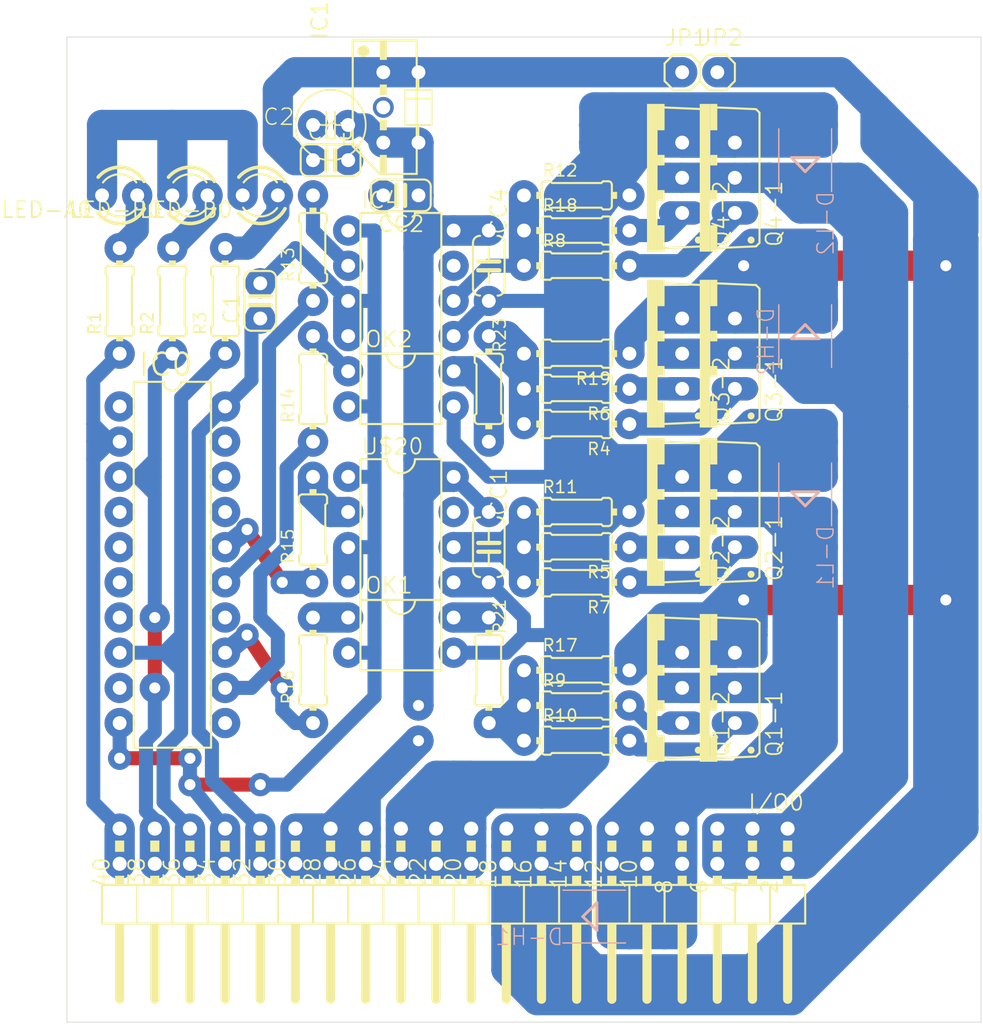
<source format=kicad_pcb>
(kicad_pcb (version 20221018) (generator pcbnew)
  (layers (0 "F.Cu" signal) (1 "In1.Cu" signal) (2 "In2.Cu" signal) (3 "In3.Cu" signal) (4 "In4.Cu" signal) (5 "In5.Cu" signal) (6 "In6.Cu" signal) (7 "In7.Cu" signal) (8 "In8.Cu" signal) (9 "In9.Cu" signal) (10 "In10.Cu" signal) (11 "In11.Cu" signal) (12 "In12.Cu" signal) (13 "In13.Cu" signal) (14 "In14.Cu" signal) (31 "B.Cu" signal) (34 "B.Paste" user) (35 "F.Paste" user) (36 "B.SilkS" user "B.Silkscreen") (37 "F.SilkS" user "F.Silkscreen") (38 "B.Mask" user) (39 "F.Mask" user) (44 "Edge.Cuts" user))
  (net 0 "")
  (net 1 "GND")
  (net 2 "N$7")
  (net 3 "GND12")
  (net 4 "H1")
  (net 5 "H2")
  (net 6 "+5V")
  (net 7 "N$22")
  (net 8 "N$4")
  (net 9 "N$5")
  (net 10 "A-OUT")
  (net 11 "N$14")
  (net 12 "B-OUT")
  (net 13 "L2")
  (net 14 "L1")
  (net 15 "N$10")
  (net 16 "N$11")
  (net 17 "+24V")
  (net 18 "N$1")
  (net 19 "N$8")
  (net 20 "+12V")
  (net 21 "N$3")
  (net 22 "N$16")
  (net 23 "N$17")
  (net 24 "N$20")
  (net 25 "N$23")
  (net 26 "B-SIG")
  (net 27 "P-SIG")
  (net 28 "A-SIG")
  (net 29 "N$13")
  (net 30 "N$12")
  (net 31 "N$30")
  (net 32 "N$18")
  (net 33 "N$26")
  (net 34 "N$2")
  (net 35 "N$6")
  (net 36 "N$9")
  (net 37 "N$15")
  (footprint "md2014_norm_PN_04:R_0.3" (layer "F.Cu") (at 152.3111 103.7336)
    (fp_text reference "R11")
    (fp_text value "5.1k")
  )
  (footprint "md2014_norm_PN_04:R_0.3" (layer "F.Cu") (at 152.3111 85.9536)
    (fp_text reference "R8")
    (fp_text value "100")
  )
  (footprint "md2014_norm_PN_04:R_0.3" (layer "F.Cu") (at 152.3111 120.2436)
    (fp_text reference "R10")
    (fp_text value "100")
  )
  (footprint "md2014_norm_PN_04:R_0.3" (layer "F.Cu") (at 152.3111 108.8136 180)
    (fp_text reference "R7")
    (fp_text value "100")
  )
  (footprint "md2014_norm_PN_04:TO-220V" (layer "F.Cu") (at 163.7411 92.3036 90)
    (fp_text reference "Q3-1")
    (fp_text value "P")
  )
  (footprint "md2014_norm_PN_04:R_0.3" (layer "F.Cu") (at 133.2611 84.6836 90)
    (fp_text reference "R13")
    (fp_text value "330")
  )
  (footprint "md2014_norm_PN_04:LED3MM" (layer "F.Cu") (at 124.3711 80.8736 180)
    (fp_text reference "LED-P0")
    (fp_text value "")
  )
  (footprint "md2014_norm_PN_04:1X01" (layer "F.Cu") (at 162.4711 71.9836)
    (fp_text reference "JP2")
    (fp_text value "")
  )
  (footprint "md2014_norm_PN_04:LED3MM" (layer "F.Cu") (at 129.4511 80.8736 180)
    (fp_text reference "LED-B0")
    (fp_text value "")
  )
  (footprint "md2014_norm_PN_04:78XX" (layer "F.Cu") (at 138.3411 74.5236 -90)
    (fp_text reference "IC1")
    (fp_text value "")
  )
  (footprint "md2014_norm_PN_04:R_0.3" (layer "F.Cu") (at 133.2611 115.1636 90)
    (fp_text reference "R16")
    (fp_text value "330")
  )
  (footprint "md2014_norm_PN_04:R_0.3" (layer "F.Cu") (at 145.9611 94.8436 -90)
    (fp_text reference "R23")
    (fp_text value "2.2k")
  )
  (footprint "md2014_norm_PN_04:R_0.3" (layer "F.Cu") (at 145.9611 115.1636 -90)
    (fp_text reference "R21")
    (fp_text value "2.2k")
  )
  (footprint "md2014_norm_PN_04:DIL20" (layer "F.Cu") (at 123.1011 108.8136)
    (fp_text reference "IC0")
    (fp_text value "ATtiny2313")
  )
  (footprint "md2014_norm_PN_04:R_0.3" (layer "F.Cu") (at 126.9111 88.4936 90)
    (fp_text reference "R3")
    (fp_text value "510")
  )
  (footprint "md2014_norm_PN_04:R_0.3" (layer "F.Cu") (at 152.3111 117.7036)
    (fp_text reference "R9")
    (fp_text value "100")
  )
  (footprint "md2014_norm_PN_04:MA20-2W" (layer "F.Cu") (at 143.4211 127.8636 180)
    (fp_text reference "I/O0")
    (fp_text value "")
  )
  (footprint "md2014_norm_PN_04:R_0.3" (layer "F.Cu") (at 133.2611 94.8436 90)
    (fp_text reference "R14")
    (fp_text value "330")
  )
  (footprint "md2014_norm_PN_04:TO-220V" (layer "F.Cu") (at 163.7411 79.6036 90)
    (fp_text reference "Q4-1")
    (fp_text value "N")
  )
  (footprint "md2014_norm_PN_04:MLCC_25" (layer "F.Cu") (at 139.6111 80.8736 180)
    (fp_text reference "CC2")
    (fp_text value "0.1uF")
  )
  (footprint "md2014_norm_PN_04:R_0.3" (layer "F.Cu") (at 152.3111 83.4136)
    (fp_text reference "R18")
    (fp_text value "100")
  )
  (footprint "md2014_norm_PN_04:R_0.3" (layer "F.Cu") (at 123.1011 88.4936 90)
    (fp_text reference "R2")
    (fp_text value "510")
  )
  (footprint "md2014_norm_PN_04:R_0.3" (layer "F.Cu") (at 152.3111 106.2736 180)
    (fp_text reference "R5")
    (fp_text value "100")
  )
  (footprint "md2014_norm_PN_04:DIP4" (layer "F.Cu") (at 139.6111 94.8436 -90)
    (fp_text reference "OK2")
    (fp_text value "TLP621")
  )
  (footprint "md2014_norm_PN_04:DIODE_3" (layer "F.Cu") (at 140.8811 74.5236 90)
    (fp_text reference "D1" hide)
    (fp_text value "")
  )
  (footprint "md2014_norm_PN_04:MLCC_25" (layer "F.Cu") (at 129.4511 88.4936 90)
    (fp_text reference "C1")
    (fp_text value "0.1uF")
  )
  (footprint "md2014_norm_PN_04:R_0.3" (layer "F.Cu") (at 119.2911 88.4936 90)
    (fp_text reference "R1")
    (fp_text value "510")
  )
  (footprint "md2014_norm_PN_04:1X01" (layer "F.Cu") (at 159.9311 71.9836)
    (fp_text reference "JP1")
    (fp_text value "")
  )
  (footprint "md2014_norm_PN_04:TO-220V" (layer "F.Cu") (at 163.7411 103.7336 90)
    (fp_text reference "Q2-1")
    (fp_text value "N")
  )
  (footprint "md2014_norm_PN_04:DIP8" (layer "F.Cu") (at 139.6111 87.2236 -90)
    (fp_text reference "IC4")
    (fp_text value "TLP351")
  )
  (footprint "md2014_norm_PN_04:TO-220V" (layer "F.Cu") (at 159.9311 79.6036 90)
    (fp_text reference "Q4-2")
    (fp_text value "N")
  )
  (footprint "md2014_norm_PN_04:DIP4" (layer "F.Cu") (at 139.6111 112.6236 -90)
    (fp_text reference "OK1")
    (fp_text value "TLP621")
  )
  (footprint "md2014_norm_PN_04:DIP8" (layer "F.Cu") (at 139.6111 105.0036 -90)
    (fp_text reference "U$20")
    (fp_text value "TLP251")
  )
  (footprint "md2014_norm_PN_04:TO-220V" (layer "F.Cu") (at 159.9311 116.4336 90)
    (fp_text reference "Q1-2")
    (fp_text value "IRF4905")
  )
  (footprint "md2014_norm_PN_04:R_0.3" (layer "F.Cu") (at 152.3111 94.8436 180)
    (fp_text reference "R6")
    (fp_text value "100")
  )
  (footprint "md2014_norm_PN_04:R_0.3" (layer "F.Cu") (at 152.3111 92.3036 180)
    (fp_text reference "R19")
    (fp_text value "2.2k")
  )
  (footprint "md2014_norm_PN_04:TO-220V" (layer "F.Cu") (at 159.9311 103.7336 90)
    (fp_text reference "Q2-2")
    (fp_text value "N")
  )
  (footprint "md2014_norm_PN_04:R_0.3" (layer "F.Cu") (at 152.3111 97.3836 180)
    (fp_text reference "R4")
    (fp_text value "100")
  )
  (footprint "md2014_norm_PN_04:C_1U" (layer "F.Cu") (at 134.5311 75.7936 180)
    (fp_text reference "C2")
    (fp_text value "")
  )
  (footprint "md2014_norm_PN_04:MLCC_50" (layer "F.Cu") (at 145.9611 85.9536 -90)
    (fp_text reference "CC4")
    (fp_text value "0.1uF")
  )
  (footprint "md2014_norm_PN_04:R_0.3" (layer "F.Cu") (at 133.2611 105.0036 90)
    (fp_text reference "R15")
    (fp_text value "330")
  )
  (footprint "md2014_norm_PN_04:R_0.3" (layer "F.Cu") (at 152.3111 80.8736)
    (fp_text reference "R12")
    (fp_text value "5.1k")
  )
  (footprint "md2014_norm_PN_04:TO-220V" (layer "F.Cu") (at 159.9311 92.3036 90)
    (fp_text reference "Q3-2")
    (fp_text value "P")
  )
  (footprint "md2014_norm_PN_04:MLCC_25" (layer "F.Cu") (at 134.5311 78.3336)
    (fp_text reference "CC3")
    (fp_text value "0.1uF")
  )
  (footprint "md2014_norm_PN_04:R_0.3" (layer "F.Cu") (at 152.3111 115.1636)
    (fp_text reference "R17")
    (fp_text value "2.2k")
  )
  (footprint "md2014_norm_PN_04:LED3MM" (layer "F.Cu") (at 119.2911 80.8736 180)
    (fp_text reference "LED-A0")
    (fp_text value "")
  )
  (footprint "md2014_norm_PN_04:MLCC_50" (layer "F.Cu") (at 145.9611 106.2736 -90)
    (fp_text reference "CC1")
    (fp_text value "0.1uF")
  )
  (footprint "md2014_norm_PN_04:TO-220V" (layer "F.Cu") (at 163.7411 116.4336 90)
    (fp_text reference "Q1-1")
    (fp_text value "IRF4905")
  )
  (footprint "md2014_norm_PN_04:SMB" (layer "B.Cu") (at 168.8211 91.0336 -90)
    (fp_text reference "D-H2")
    (fp_text value "")
  )
  (footprint "md2014_norm_PN_04:SMB" (layer "B.Cu") (at 168.8211 78.3336 90)
    (fp_text reference "D-L2")
    (fp_text value "")
  )
  (footprint "md2014_norm_PN_04:SMB" (layer "B.Cu") (at 168.8211 102.4636 90)
    (fp_text reference "D-L1")
    (fp_text value "")
  )
  (footprint "md2014_norm_PN_04:SMB" (layer "B.Cu") (at 153.5811 132.9436)
    (fp_text reference "D-H1")
    (fp_text value "")
  )
  (gr_line (start 115.4811 140.5636) (end 115.4811 69.4436) (stroke (width 0.05)) (layer "Edge.Cuts"))
  (gr_line (start 181.5211 69.4436) (end 181.5211 140.5636) (stroke (width 0.05)) (layer "Edge.Cuts"))
  (gr_line (start 115.4811 69.4436) (end 181.5211 69.4436) (stroke (width 0.05)) (layer "Edge.Cuts"))
  (gr_line (start 181.5211 140.5636) (end 115.4811 140.5636) (stroke (width 0.05)) (layer "Edge.Cuts"))
  (segment (start 124.3711 121.5136) (end 119.2911 121.5136) (width 1.016) (layer "F.Cu") (net 1))
  (segment (start 124.3711 123.4186) (end 129.4511 123.4186) (width 1.016) (layer "F.Cu") (net 1))
  (via (at 119.2911 121.5136) (size 1.6764) (drill 0.8) (layers "F.Cu" "B.Cu") (net 1))
  (via (at 124.3711 123.4186) (size 1.6764) (drill 0.8) (layers "F.Cu" "B.Cu") (net 1))
  (via (at 124.3711 121.5136) (size 1.6764) (drill 0.8) (layers "F.Cu" "B.Cu") (net 1))
  (via (at 129.4511 123.4186) (size 1.6764) (drill 0.8) (layers "F.Cu" "B.Cu") (net 1))
  (segment (start 131.3561 123.4186) (end 137.7061 117.0686) (width 1.016) (layer "B.Cu") (net 1))
  (segment (start 128.1811 75.7936) (end 128.1811 80.8736) (width 2.1844) (layer "B.Cu") (net 1))
  (segment (start 131.9911 84.6836) (end 129.4511 87.2236) (width 1.016) (layer "B.Cu") (net 1))
  (segment (start 137.7061 96.1136) (end 135.8011 96.1136) (width 1.016) (layer "B.Cu") (net 1))
  (segment (start 137.7061 88.4936) (end 135.8011 88.4936) (width 1.016) (layer "B.Cu") (net 1))
  (segment (start 137.7061 88.4936) (end 137.7061 83.4136) (width 1.016) (layer "B.Cu") (net 1))
  (segment (start 135.8011 88.4936) (end 131.9911 84.6836) (width 1.016) (layer "B.Cu") (net 1))
  (segment (start 123.1011 75.7936) (end 128.1811 75.7936) (width 2.1844) (layer "B.Cu") (net 1))
  (segment (start 118.0211 80.8736) (end 118.0211 75.7936) (width 2.1844) (layer "B.Cu") (net 1))
  (segment (start 126.9111 129.1336) (end 126.9111 126.5936) (width 2.1844) (layer "B.Cu") (net 1))
  (segment (start 119.2911 121.5136) (end 119.2911 118.9736) (width 1.016) (layer "B.Cu") (net 1))
  (segment (start 118.0211 75.7936) (end 123.1011 75.7936) (width 2.1844) (layer "B.Cu") (net 1))
  (segment (start 137.7061 113.8936) (end 137.7061 106.2736) (width 1.016) (layer "B.Cu") (net 1))
  (segment (start 126.9111 129.1336) (end 126.9111 126.5936) (width 2.1844) (layer "B.Cu") (net 1))
  (segment (start 137.7061 101.1936) (end 137.7061 96.1136) (width 1.016) (layer "B.Cu") (net 1))
  (segment (start 137.7061 106.2736) (end 135.8011 106.2736) (width 1.016) (layer "B.Cu") (net 1))
  (segment (start 137.7061 83.4136) (end 135.8011 83.4136) (width 1.016) (layer "B.Cu") (net 1))
  (segment (start 124.3711 123.4186) (end 124.3711 121.5136) (width 1.016) (layer "B.Cu") (net 1))
  (segment (start 137.7061 96.1136) (end 137.7061 88.4936) (width 1.016) (layer "B.Cu") (net 1))
  (segment (start 135.8011 106.2736) (end 135.8011 108.8136) (width 2.1844) (layer "B.Cu") (net 1))
  (segment (start 137.7061 113.8936) (end 135.8011 113.8936) (width 1.016) (layer "B.Cu") (net 1))
  (segment (start 135.8011 106.2736) (end 135.8011 108.8136) (width 2.1844) (layer "B.Cu") (net 1))
  (segment (start 137.7061 106.2736) (end 137.7061 101.1936) (width 1.016) (layer "B.Cu") (net 1))
  (segment (start 126.9111 126.5936) (end 124.3711 123.4186) (width 1.016) (layer "B.Cu") (net 1))
  (segment (start 137.7061 117.0686) (end 137.7061 113.8936) (width 1.016) (layer "B.Cu") (net 1))
  (segment (start 137.7061 101.1936) (end 135.8011 101.1936) (width 1.016) (layer "B.Cu") (net 1))
  (segment (start 129.4511 123.4186) (end 131.3561 123.4186) (width 1.016) (layer "B.Cu") (net 1))
  (segment (start 135.8011 88.4936) (end 135.8011 91.0336) (width 2.1844) (layer "B.Cu") (net 1))
  (segment (start 123.1011 75.7936) (end 123.1011 80.8736) (width 2.1844) (layer "B.Cu") (net 1))
  (segment (start 133.2611 83.4136) (end 133.2611 80.8736) (width 1.016) (layer "B.Cu") (net 2))
  (segment (start 135.8011 85.9536) (end 133.2611 83.4136) (width 1.016) (layer "B.Cu") (net 2))
  (segment (start 153.5811 78.3336) (end 156.1211 77.0636) (width 2.1844) (layer "B.Cu") (net 3))
  (segment (start 142.1511 126.5936) (end 144.6911 126.5936) (width 2.1844) (layer "B.Cu") (net 3))
  (segment (start 152.3111 101.1936) (end 152.3111 80.8736) (width 2.1844) (layer "B.Cu") (net 3))
  (segment (start 151.0411 88.4936) (end 151.0411 80.8736) (width 2.1844) (layer "B.Cu") (net 3))
  (segment (start 153.5811 105.0036) (end 153.5811 103.7336) (width 2.1844) (layer "B.Cu") (net 3))
  (segment (start 163.7411 98.6536) (end 168.8211 98.6536) (width 2.1844) (layer "B.Cu") (net 3))
  (segment (start 154.8511 99.9236) (end 162.4711 99.9236) (width 2.1844) (layer "B.Cu") (net 3))
  (segment (start 147.2311 113.8936) (end 143.4211 113.8936) (width 1.016) (layer "B.Cu") (net 3))
  (segment (start 170.0911 98.6536) (end 168.8211 98.6536) (width 2.1844) (layer "B.Cu") (net 3))
  (segment (start 170.0911 77.0636) (end 170.0911 75.7936) (width 2.1844) (layer "B.Cu") (net 3))
  (segment (start 168.8211 75.7936) (end 168.8211 76.1336) (width 2.1844) (layer "B.Cu") (net 3))
  (segment (start 165.0111 97.3836) (end 170.0911 97.3836) (width 2.1844) (layer "B.Cu") (net 3))
  (segment (start 139.6111 127.8636) (end 139.6111 126.5936) (width 2.1844) (layer "B.Cu") (net 3))
  (segment (start 143.4211 129.1336) (end 143.4211 122.7836) (width 2.1844) (layer "B.Cu") (net 3))
  (segment (start 165.0111 101.1936) (end 163.7411 99.9236) (width 2.1844) (layer "B.Cu") (net 3))
  (segment (start 139.6111 126.5936) (end 139.6111 125.9586) (width 2.1844) (layer "B.Cu") (net 3))
  (segment (start 142.1511 129.1336) (end 144.6911 129.1336) (width 2.1844) (layer "B.Cu") (net 3))
  (segment (start 149.7711 124.0536) (end 152.3111 121.5136) (width 2.1844) (layer "B.Cu") (net 3))
  (segment (start 151.6761 80.2386) (end 153.5811 78.3336) (width 2.1844) (layer "B.Cu") (net 3))
  (segment (start 151.0411 124.0536) (end 153.5811 121.5136) (width 2.1844) (layer "B.Cu") (net 3))
  (segment (start 153.5811 77.0636) (end 153.5811 77.3811) (width 2.1844) (layer "B.Cu") (net 3))
  (segment (start 152.3111 101.1936) (end 157.3911 101.1936) (width 2.1844) (layer "B.Cu") (net 3))
  (segment (start 149.7711 124.0536) (end 151.0411 124.0536) (width 2.1844) (layer "B.Cu") (net 3))
  (segment (start 153.5811 77.3811) (end 153.8986 75.7936) (width 2.1844) (layer "B.Cu") (net 3))
  (segment (start 153.5811 77.0636) (end 153.5811 74.5236) (width 2.1844) (layer "B.Cu") (net 3))
  (segment (start 142.1511 122.7836) (end 144.6911 122.7836) (width 2.1844) (layer "B.Cu") (net 3))
  (segment (start 153.5811 82.1436) (end 153.5811 80.8736) (width 2.1844) (layer "B.Cu") (net 3))
  (segment (start 142.1511 126.5936) (end 142.1511 124.0536) (width 2.1844) (layer "B.Cu") (net 3))
  (segment (start 145.9611 88.4936) (end 143.4211 91.0336) (width 1.016) (layer "B.Cu") (net 3))
  (segment (start 153.5811 82.1436) (end 157.3911 77.0636) (width 2.1844) (layer "B.Cu") (net 3))
  (segment (start 163.7411 77.0636) (end 170.0911 77.0636) (width 2.1844) (layer "B.Cu") (net 3))
  (segment (start 152.3111 121.5136) (end 152.3111 101.1936) (width 2.1844) (layer "B.Cu") (net 3))
  (segment (start 144.6911 127.8636) (end 144.6911 126.5936) (width 2.1844) (layer "B.Cu") (net 3))
  (segment (start 139.6111 126.5936) (end 142.1511 126.5936) (width 2.1844) (layer "B.Cu") (net 3))
  (segment (start 153.5811 98.6536) (end 154.8511 99.9236) (width 2.1844) (layer "B.Cu") (net 3))
  (segment (start 170.0911 74.5236) (end 154.8511 74.5236) (width 2.1844) (layer "B.Cu") (net 3))
  (segment (start 148.5011 112.6236) (end 148.5011 111.3536) (width 1.016) (layer "B.Cu") (net 3))
  (segment (start 157.3911 77.0636) (end 159.9311 77.0636) (width 2.1844) (layer "B.Cu") (net 3))
  (segment (start 156.1211 77.0636) (end 153.5811 80.8736) (width 2.1844) (layer "B.Cu") (net 3))
  (segment (start 148.5011 111.3536) (end 145.9611 108.8136) (width 1.016) (layer "B.Cu") (net 3))
  (segment (start 153.8986 75.7936) (end 153.5811 75.7936) (width 2.1844) (layer "B.Cu") (net 3))
  (segment (start 145.9611 124.0536) (end 149.7711 124.0536) (width 2.1844) (layer "B.Cu") (net 3))
  (segment (start 170.0911 75.7936) (end 170.0911 74.5236) (width 2.1844) (layer "B.Cu") (net 3))
  (segment (start 142.1511 129.1336) (end 142.1511 126.5936) (width 0.4064) (layer "B.Cu") (net 3))
  (segment (start 163.7411 98.6536) (end 165.0111 97.3836) (width 2.1844) (layer "B.Cu") (net 3))
  (segment (start 143.4211 129.1336) (end 144.6911 129.1336) (width 2.1844) (layer "B.Cu") (net 3))
  (segment (start 162.4711 99.9236) (end 163.7411 98.6536) (width 2.1844) (layer "B.Cu") (net 3))
  (segment (start 144.6911 126.5936) (end 144.6911 124.0536) (width 2.1844) (layer "B.Cu") (net 3))
  (segment (start 153.5811 121.5136) (end 153.5811 105.0036) (width 2.1844) (layer "B.Cu") (net 3))
  (segment (start 170.0911 74.5236) (end 153.8986 75.7936) (width 2.1844) (layer "B.Cu") (net 3))
  (segment (start 152.3111 80.8736) (end 151.6761 80.2386) (width 2.1844) (layer "B.Cu") (net 3))
  (segment (start 159.9311 77.0636) (end 163.7411 77.0636) (width 2.1844) (layer "B.Cu") (net 3))
  (segment (start 162.4711 99.9236) (end 163.7411 99.9236) (width 2.1844) (layer "B.Cu") (net 3))
  (segment (start 168.8211 98.6536) (end 168.8211 100.2636) (width 2.1844) (layer "B.Cu") (net 3))
  (segment (start 139.6111 129.1336) (end 142.1511 129.1336) (width 2.1844) (layer "B.Cu") (net 3))
  (segment (start 151.0411 112.6236) (end 148.5011 112.6236) (width 1.016) (layer "B.Cu") (net 3))
  (segment (start 156.1211 101.1936) (end 153.5811 103.7336) (width 2.1844) (layer "B.Cu") (net 3))
  (segment (start 151.0411 121.5136) (end 151.0411 112.6236) (width 2.1844) (layer "B.Cu") (net 3))
  (segment (start 151.0411 88.4936) (end 145.9611 88.4936) (width 1.016) (layer "B.Cu") (net 3))
  (segment (start 156.1211 77.0636) (end 157.3911 77.0636) (width 2.1844) (layer "B.Cu") (net 3))
  (segment (start 154.8511 74.5236) (end 153.5811 75.7936) (width 2.1844) (layer "B.Cu") (net 3))
  (segment (start 144.6911 124.0536) (end 145.9611 124.0536) (width 2.1844) (layer "B.Cu") (net 3))
  (segment (start 144.6911 122.7836) (end 149.7711 122.7836) (width 2.1844) (layer "B.Cu") (net 3))
  (segment (start 142.1511 129.1336) (end 143.4211 129.1336) (width 2.1844) (layer "B.Cu") (net 3))
  (segment (start 145.9611 108.8136) (end 143.4211 108.8136) (width 2.1844) (layer "B.Cu") (net 3))
  (segment (start 139.6111 129.1336) (end 139.6111 127.8636) (width 2.1844) (layer "B.Cu") (net 3))
  (segment (start 151.0411 80.8736) (end 151.6761 80.2386) (width 2.1844) (layer "B.Cu") (net 3))
  (segment (start 148.5011 112.6236) (end 147.2311 113.8936) (width 1.016) (layer "B.Cu") (net 3))
  (segment (start 145.9611 101.1936) (end 143.4211 98.6536) (width 1.016) (layer "B.Cu") (net 3))
  (segment (start 142.1511 122.7836) (end 139.6111 125.3236) (width 2.1844) (layer "B.Cu") (net 3))
  (segment (start 170.0911 74.5236) (end 168.8211 75.7936) (width 2.1844) (layer "B.Cu") (net 3))
  (segment (start 170.0911 98.6536) (end 170.0911 97.3836) (width 2.1844) (layer "B.Cu") (net 3))
  (segment (start 142.1511 124.0536) (end 144.6911 124.0536) (width 2.1844) (layer "B.Cu") (net 3))
  (segment (start 170.0911 99.9236) (end 170.0911 98.6536) (width 2.1844) (layer "B.Cu") (net 3))
  (segment (start 153.5811 98.6536) (end 153.5811 82.1436) (width 2.1844) (layer "B.Cu") (net 3))
  (segment (start 144.6911 126.5936) (end 144.6911 125.3236) (width 2.1844) (layer "B.Cu") (net 3))
  (segment (start 170.0911 75.7936) (end 153.5811 77.0636) (width 2.1844) (layer "B.Cu") (net 3))
  (segment (start 139.6111 125.9586) (end 139.6111 125.3236) (width 2.1844) (layer "B.Cu") (net 3))
  (segment (start 149.7711 122.7836) (end 151.0411 121.5136) (width 2.1844) (layer "B.Cu") (net 3))
  (segment (start 139.6111 125.9586) (end 142.1511 122.7836) (width 2.1844) (layer "B.Cu") (net 3))
  (segment (start 153.5811 103.7336) (end 153.5811 98.6536) (width 2.1844) (layer "B.Cu") (net 3))
  (segment (start 163.7411 101.1936) (end 165.0111 101.1936) (width 2.1844) (layer "B.Cu") (net 3))
  (segment (start 159.9311 77.0636) (end 163.7411 77.0636) (width 2.1844) (layer "B.Cu") (net 3))
  (segment (start 153.5811 74.5236) (end 154.8511 74.5236) (width 2.1844) (layer "B.Cu") (net 3))
  (segment (start 144.6911 125.3236) (end 145.9611 124.0536) (width 2.1844) (layer "B.Cu") (net 3))
  (segment (start 143.4211 122.7836) (end 144.6911 122.7836) (width 2.1844) (layer "B.Cu") (net 3))
  (segment (start 162.4711 99.9236) (end 170.0911 99.9236) (width 2.1844) (layer "B.Cu") (net 3))
  (segment (start 151.0411 101.1936) (end 151.0411 88.4936) (width 2.1844) (layer "B.Cu") (net 3))
  (segment (start 170.0911 101.1936) (end 170.0911 99.9236) (width 2.1844) (layer "B.Cu") (net 3))
  (segment (start 144.6911 127.8636) (end 144.6911 129.1336) (width 2.1844) (layer "B.Cu") (net 3))
  (segment (start 143.4211 98.6536) (end 143.4211 96.1136) (width 1.016) (layer "B.Cu") (net 3))
  (segment (start 139.6111 129.1336) (end 142.1511 129.1336) (width 2.1844) (layer "B.Cu") (net 3))
  (segment (start 151.0411 112.6236) (end 151.0411 101.1936) (width 2.1844) (layer "B.Cu") (net 3))
  (segment (start 151.0411 101.1936) (end 145.9611 101.1936) (width 1.016) (layer "B.Cu") (net 3))
  (segment (start 139.6111 127.8636) (end 144.6911 127.8636) (width 2.1844) (layer "B.Cu") (net 3))
  (segment (start 157.3911 101.1936) (end 159.9311 101.1936) (width 2.1844) (layer "B.Cu") (net 3))
  (segment (start 163.7411 101.1936) (end 170.0911 101.1936) (width 2.1844) (layer "B.Cu") (net 3))
  (segment (start 159.9311 101.1936) (end 163.7411 101.1936) (width 2.1844) (layer "B.Cu") (net 3))
  (segment (start 143.4211 122.7836) (end 142.1511 122.7836) (width 2.1844) (layer "B.Cu") (net 3))
  (segment (start 157.3911 101.1936) (end 156.1211 101.1936) (width 2.1844) (layer "B.Cu") (net 3))
  (segment (start 153.5811 105.0036) (end 157.3911 101.1936) (width 2.1844) (layer "B.Cu") (net 3))
  (segment (start 128.4986 112.6236) (end 131.0386 116.4336) (width 1.016) (layer "F.Cu") (net 4))
  (via (at 128.4986 112.6236) (size 1.6764) (drill 0.8) (layers "F.Cu" "B.Cu") (net 4))
  (via (at 131.0386 116.4336) (size 1.6764) (drill 0.8) (layers "F.Cu" "B.Cu") (net 4))
  (segment (start 131.0386 118.0211) (end 131.9911 118.9736) (width 1.016) (layer "B.Cu") (net 4))
  (segment (start 131.0386 116.4336) (end 131.0386 118.0211) (width 1.016) (layer "B.Cu") (net 4))
  (segment (start 126.9111 113.8936) (end 128.4986 112.6236) (width 1.4224) (layer "B.Cu") (net 4))
  (segment (start 131.9911 118.9736) (end 133.2611 118.9736) (width 1.016) (layer "B.Cu") (net 4))
  (segment (start 130.7211 114.5286) (end 130.7211 112.6236) (width 1.016) (layer "B.Cu") (net 5))
  (segment (start 131.3561 100.5586) (end 133.2611 98.6536) (width 1.016) (layer "B.Cu") (net 5))
  (segment (start 131.3561 106.2736) (end 131.3561 100.5586) (width 1.016) (layer "B.Cu") (net 5))
  (segment (start 126.9111 116.4336) (end 128.8161 116.4336) (width 1.016) (layer "B.Cu") (net 5))
  (segment (start 129.4511 111.3536) (end 129.4511 108.1786) (width 1.016) (layer "B.Cu") (net 5))
  (segment (start 129.4511 108.1786) (end 131.3561 106.2736) (width 1.016) (layer "B.Cu") (net 5))
  (segment (start 130.7211 112.6236) (end 129.4511 111.3536) (width 1.016) (layer "B.Cu") (net 5))
  (segment (start 128.8161 116.4336) (end 130.7211 114.5286) (width 1.016) (layer "B.Cu") (net 5))
  (segment (start 125.9586 123.1011) (end 125.9586 120.5611) (width 1.016) (layer "B.Cu") (net 6))
  (segment (start 125.0061 119.6086) (end 125.0061 98.0186) (width 1.016) (layer "B.Cu") (net 6))
  (segment (start 126.9111 96.1136) (end 128.8161 94.2086) (width 1.016) (layer "B.Cu") (net 6))
  (segment (start 128.8161 94.2086) (end 128.8161 90.3986) (width 1.016) (layer "B.Cu") (net 6))
  (segment (start 125.9586 120.5611) (end 125.0061 119.6086) (width 1.016) (layer "B.Cu") (net 6))
  (segment (start 129.4511 129.1336) (end 129.4511 126.5936) (width 2.1844) (layer "B.Cu") (net 6))
  (segment (start 125.0061 98.0186) (end 126.9111 96.1136) (width 1.016) (layer "B.Cu") (net 6))
  (segment (start 129.4511 126.5936) (end 125.9586 123.1011) (width 1.016) (layer "B.Cu") (net 6))
  (segment (start 128.8161 90.3986) (end 129.4511 89.7636) (width 1.016) (layer "B.Cu") (net 6))
  (segment (start 128.8161 84.3661) (end 130.7211 82.1436) (width 1.6764) (layer "B.Cu") (net 7))
  (segment (start 126.9111 84.6836) (end 128.4986 84.6836) (width 1.6764) (layer "B.Cu") (net 7))
  (segment (start 130.7211 82.1436) (end 130.7211 80.8736) (width 1.6764) (layer "B.Cu") (net 7))
  (segment (start 128.4986 84.6836) (end 128.8161 84.3661) (width 1.6764) (layer "B.Cu") (net 7))
  (segment (start 125.6411 82.1436) (end 125.6411 80.8736) (width 1.6764) (layer "B.Cu") (net 8))
  (segment (start 123.1011 84.6836) (end 125.6411 82.1436) (width 1.6764) (layer "B.Cu") (net 8))
  (segment (start 119.2911 84.6836) (end 120.5611 83.4136) (width 1.6764) (layer "B.Cu") (net 9))
  (segment (start 120.5611 83.4136) (end 120.5611 80.8736) (width 1.6764) (layer "B.Cu") (net 9))
  (segment (start 173.9011 99.9236) (end 175.1711 96.1136) (width 2.1844) (layer "B.Cu") (net 10))
  (segment (start 173.9011 122.7836) (end 173.9011 99.9236) (width 2.1844) (layer "B.Cu") (net 10))
  (segment (start 173.9011 80.8736) (end 172.6311 79.6036) (width 2.1844) (layer "B.Cu") (net 10))
  (segment (start 167.5511 129.1336) (end 167.5511 127.8636) (width 2.1844) (layer "B.Cu") (net 10))
  (segment (start 171.3611 92.3036) (end 172.6311 92.3036) (width 2.1844) (layer "B.Cu") (net 10))
  (segment (start 171.3611 79.6036) (end 165.0111 79.6036) (width 2.1844) (layer "B.Cu") (net 10))
  (segment (start 172.6311 80.8736) (end 172.2911 80.5336) (width 2.1844) (layer "B.Cu") (net 10))
  (segment (start 165.0111 129.1336) (end 165.0111 126.5936) (width 2.1844) (layer "B.Cu") (net 10))
  (segment (start 159.9311 92.3036) (end 158.6611 92.3036) (width 2.1844) (layer "B.Cu") (net 10))
  (segment (start 165.0111 129.1336) (end 167.5511 129.1336) (width 2.1844) (layer "B.Cu") (net 10))
  (segment (start 171.0436 81.8261) (end 168.5036 81.8261) (width 2.1844) (layer "B.Cu") (net 10))
  (segment (start 162.4711 127.8636) (end 162.4711 126.5936) (width 2.1844) (layer "B.Cu") (net 10))
  (segment (start 165.0111 129.1336) (end 167.5511 129.1336) (width 2.1844) (layer "B.Cu") (net 10))
  (segment (start 175.1711 122.7836) (end 175.1711 96.1136) (width 2.1844) (layer "B.Cu") (net 10))
  (segment (start 172.6311 82.1436) (end 171.3611 80.8736) (width 2.1844) (layer "B.Cu") (net 10))
  (segment (start 172.6311 92.3036) (end 172.6311 91.0336) (width 2.1844) (layer "B.Cu") (net 10))
  (segment (start 168.8211 129.1336) (end 175.1711 122.7836) (width 2.1844) (layer "B.Cu") (net 10))
  (segment (start 173.9011 83.4136) (end 172.6311 82.1436) (width 2.1844) (layer "B.Cu") (net 10))
  (segment (start 167.5511 93.5736) (end 166.2811 92.3036) (width 2.1844) (layer "B.Cu") (net 10))
  (segment (start 172.6311 96.1136) (end 171.3611 94.8436) (width 2.1844) (layer "B.Cu") (net 10))
  (segment (start 172.6311 82.1436) (end 171.3611 82.1436) (width 2.1844) (layer "B.Cu") (net 10))
  (segment (start 163.7411 92.3036) (end 159.9311 92.3036) (width 2.1844) (layer "B.Cu") (net 10))
  (segment (start 171.3611 92.3036) (end 172.6311 91.0336) (width 2.1844) (layer "B.Cu") (net 10))
  (segment (start 172.6311 91.0336) (end 172.6311 83.4136) (width 2.1844) (layer "B.Cu") (net 10))
  (segment (start 175.1711 96.1136) (end 175.1711 92.3036) (width 2.1844) (layer "B.Cu") (net 10))
  (segment (start 167.5511 127.8636) (end 168.8211 127.8636) (width 2.1844) (layer "B.Cu") (net 10))
  (segment (start 172.6311 93.5736) (end 167.5511 93.5736) (width 2.1844) (layer "B.Cu") (net 10))
  (segment (start 175.1711 96.1136) (end 173.9011 97.3836) (width 2.1844) (layer "B.Cu") (net 10))
  (segment (start 172.6311 93.5736) (end 171.3611 92.3036) (width 2.1844) (layer "B.Cu") (net 10))
  (segment (start 175.1711 82.1436) (end 172.6311 79.6036) (width 2.1844) (layer "B.Cu") (net 10))
  (segment (start 173.9011 83.4136) (end 173.9011 80.8736) (width 2.1844) (layer "B.Cu") (net 10))
  (segment (start 171.3611 82.1436) (end 171.0436 81.8261) (width 2.1844) (layer "B.Cu") (net 10))
  (segment (start 165.0111 126.5936) (end 162.4711 126.5936) (width 2.1844) (layer "B.Cu") (net 10))
  (segment (start 171.3611 80.8736) (end 167.5511 80.8736) (width 2.1844) (layer "B.Cu") (net 10))
  (segment (start 162.4711 129.1336) (end 165.0111 129.1336) (width 2.1844) (layer "B.Cu") (net 10))
  (segment (start 165.0111 79.6036) (end 163.7411 79.6036) (width 2.1844) (layer "B.Cu") (net 10))
  (segment (start 175.1711 92.3036) (end 168.8211 93.2336) (width 2.1844) (layer "B.Cu") (net 10))
  (segment (start 167.5511 80.8736) (end 168.5036 81.8261) (width 2.1844) (layer "B.Cu") (net 10))
  (segment (start 175.1711 92.3036) (end 175.1711 82.1436) (width 2.1844) (layer "B.Cu") (net 10))
  (segment (start 167.5511 126.5936) (end 172.6311 121.5136) (width 2.1844) (layer "B.Cu") (net 10))
  (segment (start 159.9311 79.6036) (end 158.6611 79.6036) (width 2.1844) (layer "B.Cu") (net 10))
  (segment (start 172.6311 121.5136) (end 172.6311 96.1136) (width 2.1844) (layer "B.Cu") (net 10))
  (segment (start 167.5511 129.1336) (end 168.8211 129.1336) (width 2.1844) (layer "B.Cu") (net 10))
  (segment (start 162.4711 129.1336) (end 162.4711 127.8636) (width 2.1844) (layer "B.Cu") (net 10))
  (segment (start 162.4711 127.8636) (end 167.5511 127.8636) (width 2.1844) (layer "B.Cu") (net 10))
  (segment (start 172.6311 83.4136) (end 171.3611 82.1436) (width 2.1844) (layer "B.Cu") (net 10))
  (segment (start 167.5511 127.8636) (end 167.5511 126.5936) (width 2.1844) (layer "B.Cu") (net 10))
  (segment (start 168.8211 127.8636) (end 173.9011 122.7836) (width 2.1844) (layer "B.Cu") (net 10))
  (segment (start 168.8211 94.8436) (end 167.5511 93.5736) (width 2.1844) (layer "B.Cu") (net 10))
  (segment (start 162.4711 126.5936) (end 167.5511 126.5936) (width 2.1844) (layer "B.Cu") (net 10))
  (segment (start 173.9011 97.3836) (end 173.9011 83.4136) (width 2.1844) (layer "B.Cu") (net 10))
  (segment (start 172.6311 96.1136) (end 172.6311 93.5736) (width 2.1844) (layer "B.Cu") (net 10))
  (segment (start 171.3611 94.8436) (end 168.8211 94.8436) (width 2.1844) (layer "B.Cu") (net 10))
  (segment (start 166.2811 92.3036) (end 163.7411 92.3036) (width 2.1844) (layer "B.Cu") (net 10))
  (segment (start 172.6311 93.5736) (end 172.6311 92.3036) (width 2.1844) (layer "B.Cu") (net 10))
  (segment (start 165.0111 126.5936) (end 167.5511 126.5936) (width 2.1844) (layer "B.Cu") (net 10))
  (segment (start 172.6311 79.6036) (end 171.3611 79.6036) (width 2.1844) (layer "B.Cu") (net 10))
  (segment (start 175.1711 82.1436) (end 173.9011 80.8736) (width 2.1844) (layer "B.Cu") (net 10))
  (segment (start 172.6311 82.1436) (end 172.6311 83.4136) (width 2.1844) (layer "B.Cu") (net 10))
  (segment (start 165.0111 126.5936) (end 167.5511 126.5936) (width 2.1844) (layer "B.Cu") (net 10))
  (segment (start 172.6311 82.1436) (end 172.6311 80.8736) (width 2.1844) (layer "B.Cu") (net 10))
  (segment (start 163.7411 79.6036) (end 159.9311 79.6036) (width 2.1844) (layer "B.Cu") (net 10))
  (segment (start 167.5511 80.8736) (end 166.2811 79.6036) (width 2.1844) (layer "B.Cu") (net 10))
  (segment (start 165.0111 79.6036) (end 166.2811 79.6036) (width 2.1844) (layer "B.Cu") (net 10))
  (segment (start 171.3611 92.3036) (end 166.2811 92.3036) (width 2.1844) (layer "B.Cu") (net 10))
  (segment (start 172.2911 80.5336) (end 168.8211 80.5336) (width 2.1844) (layer "B.Cu") (net 10))
  (segment (start 172.6311 80.8736) (end 171.3611 79.6036) (width 2.1844) (layer "B.Cu") (net 10))
  (segment (start 148.5011 85.9536) (end 148.5011 83.4136) (width 2.1844) (layer "B.Cu") (net 11))
  (segment (start 148.5011 83.4136) (end 148.5011 80.8736) (width 2.1844) (layer "B.Cu") (net 11))
  (segment (start 143.4211 88.4936) (end 145.9611 85.9536) (width 1.016) (layer "B.Cu") (net 11))
  (segment (start 145.9611 85.9536) (end 148.5011 85.9536) (width 1.016) (layer "B.Cu") (net 11))
  (segment (start 167.5511 103.7336) (end 163.7411 103.7336) (width 2.1844) (layer "B.Cu") (net 12))
  (segment (start 163.7411 103.7336) (end 159.9311 103.7336) (width 2.1844) (layer "B.Cu") (net 12))
  (segment (start 159.9311 126.5936) (end 159.9311 124.0536) (width 2.1844) (layer "B.Cu") (net 12))
  (segment (start 166.2811 124.0536) (end 170.0911 120.2436) (width 2.1844) (layer "B.Cu") (net 12))
  (segment (start 157.3911 126.5936) (end 159.9311 126.5936) (width 2.1844) (layer "B.Cu") (net 12))
  (segment (start 156.1211 129.1336) (end 157.3911 129.1336) (width 2.1844) (layer "B.Cu") (net 12))
  (segment (start 165.0111 122.7836) (end 168.8211 118.9736) (width 2.1844) (layer "B.Cu") (net 12))
  (segment (start 167.5511 105.0036) (end 167.5511 103.7336) (width 2.1844) (layer "B.Cu") (net 12))
  (segment (start 154.8511 127.8636) (end 154.8511 126.5936) (width 2.1844) (layer "B.Cu") (net 12))
  (segment (start 157.3911 134.2136) (end 157.3911 129.1336) (width 2.1844) (layer "B.Cu") (net 12))
  (segment (start 166.2811 103.7336) (end 163.7411 103.7336) (width 2.1844) (layer "B.Cu") (net 12))
  (segment (start 159.9311 134.2136) (end 159.9311 129.1336) (width 2.1844) (layer "B.Cu") (net 12))
  (segment (start 154.8511 127.8636) (end 159.9311 127.8636) (width 2.1844) (layer "B.Cu") (net 12))
  (segment (start 156.1211 134.2136) (end 157.3911 134.2136) (width 2.1844) (layer "B.Cu") (net 12))
  (segment (start 157.3911 126.5936) (end 159.9311 126.5936) (width 2.1844) (layer "B.Cu") (net 12))
  (segment (start 167.5511 105.0036) (end 166.2811 103.7336) (width 2.1844) (layer "B.Cu") (net 12))
  (segment (start 154.8511 129.1336) (end 154.8511 127.8636) (width 2.1844) (layer "B.Cu") (net 12))
  (segment (start 156.1211 134.2136) (end 156.1211 129.1336) (width 2.1844) (layer "B.Cu") (net 12))
  (segment (start 157.3911 126.5936) (end 159.9311 126.5936) (width 2.1844) (layer "B.Cu") (net 12))
  (segment (start 168.8211 106.2736) (end 168.8211 104.6636) (width 2.1844) (layer "B.Cu") (net 12))
  (segment (start 159.9311 126.5936) (end 159.9311 125.3236) (width 2.1844) (layer "B.Cu") (net 12))
  (segment (start 159.9311 127.8636) (end 159.9311 126.5936) (width 2.1844) (layer "B.Cu") (net 12))
  (segment (start 167.5511 115.1636) (end 167.5511 105.0036) (width 2.1844) (layer "B.Cu") (net 12))
  (segment (start 158.6611 134.2136) (end 158.6611 129.1336) (width 2.1844) (layer "B.Cu") (net 12))
  (segment (start 162.7886 122.7836) (end 164.0586 122.7836) (width 2.1844) (layer "B.Cu") (net 12))
  (segment (start 157.3911 126.5936) (end 159.9311 124.0536) (width 2.1844) (layer "B.Cu") (net 12))
  (segment (start 167.5511 116.4336) (end 166.2811 116.4336) (width 2.1844) (layer "B.Cu") (net 12))
  (segment (start 158.6611 134.2136) (end 159.9311 134.2136) (width 2.1844) (layer "B.Cu") (net 12))
  (segment (start 166.2811 116.4336) (end 158.6611 116.4336) (width 2.1844) (layer "B.Cu") (net 12))
  (segment (start 158.6611 122.7836) (end 162.7886 122.7836) (width 2.1844) (layer "B.Cu") (net 12))
  (segment (start 170.0911 106.2736) (end 170.0911 103.7336) (width 2.1844) (layer "B.Cu") (net 12))
  (segment (start 167.5511 116.4336) (end 167.5511 115.1636) (width 2.1844) (layer "B.Cu") (net 12))
  (segment (start 167.5511 119.2911) (end 167.5511 116.4336) (width 2.1844) (layer "B.Cu") (net 12))
  (segment (start 170.0911 120.2436) (end 170.0911 106.2736) (width 2.1844) (layer "B.Cu") (net 12))
  (segment (start 156.1211 133.2836) (end 155.7811 132.9436) (width 2.1844) (layer "B.Cu") (net 12))
  (segment (start 161.2011 124.0536) (end 166.2811 124.0536) (width 2.1844) (layer "B.Cu") (net 12))
  (segment (start 162.7886 122.7836) (end 161.2011 122.7836) (width 2.1844) (layer "B.Cu") (net 12))
  (segment (start 168.8211 118.9736) (end 168.8211 106.2736) (width 2.1844) (layer "B.Cu") (net 12))
  (segment (start 159.9311 125.3236) (end 161.2011 124.0536) (width 2.1844) (layer "B.Cu") (net 12))
  (segment (start 159.9311 129.1336) (end 159.9311 126.5936) (width 2.1844) (layer "B.Cu") (net 12))
  (segment (start 157.3911 126.5936) (end 159.9311 126.5936) (width 2.1844) (layer "B.Cu") (net 12))
  (segment (start 154.8511 129.1336) (end 156.1211 129.1336) (width 2.1844) (layer "B.Cu") (net 12))
  (segment (start 154.8511 126.5936) (end 157.3911 126.5936) (width 2.1844) (layer "B.Cu") (net 12))
  (segment (start 157.3911 129.1336) (end 158.6611 129.1336) (width 2.1844) (layer "B.Cu") (net 12))
  (segment (start 167.5511 115.1636) (end 166.2811 116.4336) (width 2.1844) (layer "B.Cu") (net 12))
  (segment (start 164.0586 122.7836) (end 167.5511 119.2911) (width 2.1844) (layer "B.Cu") (net 12))
  (segment (start 157.3911 129.1336) (end 159.9311 129.1336) (width 2.1844) (layer "B.Cu") (net 12))
  (segment (start 164.0586 122.7836) (end 165.0111 122.7836) (width 2.1844) (layer "B.Cu") (net 12))
  (segment (start 154.8511 126.5936) (end 157.3911 126.5936) (width 2.1844) (layer "B.Cu") (net 12))
  (segment (start 159.9311 124.0536) (end 161.2011 122.7836) (width 2.1844) (layer "B.Cu") (net 12))
  (segment (start 167.5511 103.7336) (end 170.0911 103.7336) (width 2.1844) (layer "B.Cu") (net 12))
  (segment (start 154.8511 129.1336) (end 154.8511 126.5936) (width 2.1844) (layer "B.Cu") (net 12))
  (segment (start 154.8511 134.2136) (end 154.8511 129.1336) (width 2.1844) (layer "B.Cu") (net 12))
  (segment (start 168.8211 106.2736) (end 167.5511 105.0036) (width 2.1844) (layer "B.Cu") (net 12))
  (segment (start 158.6611 129.1336) (end 159.9311 129.1336) (width 2.1844) (layer "B.Cu") (net 12))
  (segment (start 170.0911 106.2736) (end 167.5511 103.7336) (width 2.1844) (layer "B.Cu") (net 12))
  (segment (start 163.7411 103.7336) (end 165.0111 103.7336) (width 2.1844) (layer "B.Cu") (net 12))
  (segment (start 163.7411 116.4336) (end 159.9311 116.4336) (width 2.1844) (layer "B.Cu") (net 12))
  (segment (start 159.9311 127.8636) (end 159.9311 129.1336) (width 2.1844) (layer "B.Cu") (net 12))
  (segment (start 157.3911 134.2136) (end 158.6611 134.2136) (width 2.1844) (layer "B.Cu") (net 12))
  (segment (start 156.1211 134.2136) (end 156.1211 133.2836) (width 2.1844) (layer "B.Cu") (net 12))
  (segment (start 154.8511 134.2136) (end 156.1211 134.2136) (width 2.1844) (layer "B.Cu") (net 12))
  (segment (start 166.2811 116.4336) (end 163.7411 116.4336) (width 2.1844) (layer "B.Cu") (net 12))
  (segment (start 163.7411 103.7336) (end 158.6611 103.7336) (width 2.1844) (layer "B.Cu") (net 12))
  (segment (start 154.8511 126.5936) (end 158.6611 122.7836) (width 2.1844) (layer "B.Cu") (net 12))
  (segment (start 130.0861 105.6386) (end 130.0861 91.6686) (width 1.016) (layer "B.Cu") (net 13))
  (segment (start 130.0861 91.6686) (end 133.2611 88.4936) (width 1.016) (layer "B.Cu") (net 13))
  (segment (start 126.9111 108.8136) (end 130.0861 105.6386) (width 1.016) (layer "B.Cu") (net 13))
  (segment (start 128.4986 105.0036) (end 131.0386 108.8136) (width 1.016) (layer "F.Cu") (net 14))
  (via (at 131.0386 108.8136) (size 1.6764) (drill 0.8) (layers "F.Cu" "B.Cu") (net 14))
  (via (at 128.4986 105.0036) (size 1.6764) (drill 0.8) (layers "F.Cu" "B.Cu") (net 14))
  (segment (start 126.9111 106.2736) (end 128.4986 105.0036) (width 1.4224) (layer "B.Cu") (net 14))
  (segment (start 131.0386 108.8136) (end 133.2611 108.8136) (width 1.6764) (layer "B.Cu") (net 14))
  (segment (start 156.1211 108.8136) (end 161.2011 108.8136) (width 1.6764) (layer "B.Cu") (net 15))
  (segment (start 161.2011 108.8136) (end 163.7411 106.2736) (width 1.6764) (layer "B.Cu") (net 15))
  (segment (start 159.9311 85.9536) (end 163.7411 82.1436) (width 1.6764) (layer "B.Cu") (net 16))
  (segment (start 156.1211 85.9536) (end 159.9311 85.9536) (width 1.6764) (layer "B.Cu") (net 16))
  (segment (start 178.9811 110.0836) (end 164.3761 110.0836) (width 2.1844) (layer "F.Cu") (net 17))
  (segment (start 178.9811 85.9536) (end 164.3761 85.9536) (width 2.1844) (layer "F.Cu") (net 17))
  (via (at 164.3761 110.0836) (size 2.1844) (drill 0.8) (layers "F.Cu" "B.Cu") (net 17))
  (via (at 164.3761 85.9536) (size 2.1844) (drill 0.8) (layers "F.Cu" "B.Cu") (net 17))
  (via (at 178.9811 85.9536) (size 2.1844) (drill 0.8) (layers "F.Cu" "B.Cu") (net 17))
  (via (at 178.9811 110.0836) (size 2.1844) (drill 0.8) (layers "F.Cu" "B.Cu") (net 17))
  (segment (start 180.2511 80.8736) (end 180.2511 83.4136) (width 2.1844) (layer "B.Cu") (net 17))
  (segment (start 165.0111 112.6236) (end 157.3911 112.6236) (width 2.1844) (layer "B.Cu") (net 17))
  (segment (start 177.7111 124.0536) (end 165.0111 136.7536) (width 2.1844) (layer "B.Cu") (net 17))
  (segment (start 180.2511 84.0486) (end 177.7111 84.0486) (width 2.1844) (layer "B.Cu") (net 17))
  (segment (start 165.0111 111.9886) (end 164.6936 112.3061) (width 2.1844) (layer "B.Cu") (net 17))
  (segment (start 177.7111 84.0486) (end 177.7111 84.6836) (width 2.1844) (layer "B.Cu") (net 17))
  (segment (start 177.7111 84.6836) (end 177.7111 124.0536) (width 2.1844) (layer "B.Cu") (net 17))
  (segment (start 147.2311 136.7536) (end 147.2311 133.5786) (width 2.1844) (layer "B.Cu") (net 17))
  (segment (start 163.7411 113.8936) (end 159.9311 113.8936) (width 2.1844) (layer "B.Cu") (net 17))
  (segment (start 170.0911 88.8111) (end 168.8211 88.8336) (width 2.1844) (layer "B.Cu") (net 17))
  (segment (start 158.6611 112.6236) (end 159.9311 113.8936) (width 2.1844) (layer "B.Cu") (net 17))
  (segment (start 152.3111 127.8636) (end 152.3111 126.5936) (width 2.1844) (layer "B.Cu") (net 17))
  (segment (start 149.7711 129.1336) (end 151.0411 129.1336) (width 2.1844) (layer "B.Cu") (net 17))
  (segment (start 148.5011 129.1336) (end 149.7711 129.1336) (width 2.1844) (layer "B.Cu") (net 17))
  (segment (start 171.3611 71.9836) (end 162.4711 71.9836) (width 2.1844) (layer "B.Cu") (net 17))
  (segment (start 158.6611 88.4936) (end 157.3911 89.7636) (width 2.1844) (layer "B.Cu") (net 17))
  (segment (start 151.0411 129.1336) (end 152.3111 129.1336) (width 2.1844) (layer "B.Cu") (net 17))
  (segment (start 148.5011 135.4836) (end 149.7711 136.7536) (width 2.1844) (layer "B.Cu") (net 17))
  (segment (start 158.6611 89.7636) (end 157.3911 89.7636) (width 2.1844) (layer "B.Cu") (net 17))
  (segment (start 157.3911 89.7636) (end 156.1211 91.0336) (width 2.1844) (layer "B.Cu") (net 17))
  (segment (start 153.5811 136.7536) (end 165.0111 136.7536) (width 2.1844) (layer "B.Cu") (net 17))
  (segment (start 165.0111 112.6236) (end 163.7411 113.8936) (width 2.1844) (layer "B.Cu") (net 17))
  (segment (start 158.6611 89.7636) (end 159.9311 89.7636) (width 2.1844) (layer "B.Cu") (net 17))
  (segment (start 170.0911 88.8111) (end 170.0911 89.7636) (width 2.1844) (layer "B.Cu") (net 17))
  (segment (start 170.0911 86.2711) (end 170.0911 87.2236) (width 2.1844) (layer "B.Cu") (net 17))
  (segment (start 147.2311 134.2136) (end 148.5011 134.2136) (width 2.1844) (layer "B.Cu") (net 17))
  (segment (start 151.0411 134.2136) (end 151.0411 135.4836) (width 2.1844) (layer "B.Cu") (net 17))
  (segment (start 178.9811 124.0536) (end 178.9811 110.0836) (width 2.1844) (layer "B.Cu") (net 17))
  (segment (start 161.8361 88.4936) (end 170.0911 88.4936) (width 2.1844) (layer "B.Cu") (net 17))
  (segment (start 167.8686 138.9761) (end 180.2511 126.5936) (width 2.1844) (layer "B.Cu") (net 17))
  (segment (start 149.7711 134.2136) (end 151.0411 134.2136) (width 2.1844) (layer "B.Cu") (net 17))
  (segment (start 165.0111 112.6236) (end 165.0111 108.8136) (width 2.1844) (layer "B.Cu") (net 17))
  (segment (start 165.0111 136.7536) (end 166.2811 136.7536) (width 2.1844) (layer "B.Cu") (net 17))
  (segment (start 180.2511 125.3236) (end 180.2511 84.0486) (width 2.1844) (layer "B.Cu") (net 17))
  (segment (start 159.9311 88.4936) (end 158.6611 88.4936) (width 2.1844) (layer "B.Cu") (net 17))
  (segment (start 159.9311 88.4936) (end 158.6611 89.7636) (width 2.1844) (layer "B.Cu") (net 17))
  (segment (start 164.3761 85.9536) (end 161.8361 88.4936) (width 2.1844) (layer "B.Cu") (net 17))
  (segment (start 147.2311 133.5786) (end 147.2311 129.1336) (width 2.1844) (layer "B.Cu") (net 17))
  (segment (start 158.6611 111.3536) (end 159.9311 111.3536) (width 2.1844) (layer "B.Cu") (net 17))
  (segment (start 147.2311 129.1336) (end 147.2311 127.8636) (width 2.1844) (layer "B.Cu") (net 17))
  (segment (start 147.2311 127.8636) (end 152.3111 127.8636) (width 2.1844) (layer "B.Cu") (net 17))
  (segment (start 158.6611 111.3536) (end 161.8361 111.3536) (width 2.1844) (layer "B.Cu") (net 17))
  (segment (start 163.7411 113.8936) (end 159.9311 113.8936) (width 2.1844) (layer "B.Cu") (net 17))
  (segment (start 165.0111 108.8136) (end 164.3761 108.8136) (width 2.1844) (layer "B.Cu") (net 17))
  (segment (start 173.9011 74.5236) (end 171.3611 71.9836) (width 2.1844) (layer "B.Cu") (net 17))
  (segment (start 159.9311 88.4936) (end 160.8836 88.4936) (width 2.1844) (layer "B.Cu") (net 17))
  (segment (start 164.6936 112.3061) (end 163.7411 111.3536) (width 2.1844) (layer "B.Cu") (net 17))
  (segment (start 149.7711 126.5936) (end 152.3111 126.5936) (width 2.1844) (layer "B.Cu") (net 17))
  (segment (start 178.9811 110.0836) (end 178.9811 85.9536) (width 2.1844) (layer "B.Cu") (net 17))
  (segment (start 168.8211 88.8336) (end 165.0111 88.8111) (width 2.1844) (layer "B.Cu") (net 17))
  (segment (start 149.7711 134.2136) (end 149.7711 136.7536) (width 2.1844) (layer "B.Cu") (net 17))
  (segment (start 161.8361 88.4936) (end 159.9311 88.4936) (width 2.1844) (layer "B.Cu") (net 17))
  (segment (start 149.7711 129.1336) (end 149.7711 126.5936) (width 2.1844) (layer "B.Cu") (net 17))
  (segment (start 170.0911 88.4936) (end 170.0911 88.8111) (width 2.1844) (layer "B.Cu") (net 17))
  (segment (start 149.4536 138.9761) (end 167.8686 138.9761) (width 2.1844) (layer "B.Cu") (net 17))
  (segment (start 165.0111 113.8936) (end 157.3911 113.8936) (width 2.1844) (layer "B.Cu") (net 17))
  (segment (start 158.6611 111.3536) (end 162.4711 111.3536) (width 2.1844) (layer "B.Cu") (net 17))
  (segment (start 165.0111 112.6236) (end 165.0111 113.8936) (width 2.1844) (layer "B.Cu") (net 17))
  (segment (start 167.5511 138.0236) (end 180.2511 125.3236) (width 2.1844) (layer "B.Cu") (net 17))
  (segment (start 170.0911 89.7636) (end 163.7411 89.7636) (width 2.1844) (layer "B.Cu") (net 17))
  (segment (start 170.0911 87.2236) (end 170.0911 89.7636) (width 2.1844) (layer "B.Cu") (net 17))
  (segment (start 147.2311 133.5786) (end 147.2311 134.2136) (width 2.1844) (layer "B.Cu") (net 17))
  (segment (start 164.3761 110.0836) (end 165.0111 110.0836) (width 2.1844) (layer "B.Cu") (net 17))
  (segment (start 158.6611 112.6236) (end 159.9311 111.3536) (width 2.1844) (layer "B.Cu") (net 17))
  (segment (start 151.0411 134.2136) (end 151.0411 133.2836) (width 2.1844) (layer "B.Cu") (net 17))
  (segment (start 156.1211 113.8936) (end 156.1211 115.1636) (width 2.1844) (layer "B.Cu") (net 17))
  (segment (start 170.0911 87.2236) (end 162.4711 87.2236) (width 2.1844) (layer "B.Cu") (net 17))
  (segment (start 148.5011 134.2136) (end 149.7711 134.2136) (width 2.1844) (layer "B.Cu") (net 17))
  (segment (start 164.3761 85.9536) (end 170.0911 85.9536) (width 2.1844) (layer "B.Cu") (net 17))
  (segment (start 170.0911 84.3661) (end 165.0111 84.3661) (width 2.1844) (layer "B.Cu") (net 17))
  (segment (start 170.0911 86.2711) (end 170.0911 84.3661) (width 2.1844) (layer "B.Cu") (net 17))
  (segment (start 152.3111 135.4836) (end 153.5811 136.7536) (width 2.1844) (layer "B.Cu") (net 17))
  (segment (start 167.5511 138.0236) (end 151.0411 138.0236) (width 2.1844) (layer "B.Cu") (net 17))
  (segment (start 152.3111 134.2136) (end 152.3111 135.4836) (width 2.1844) (layer "B.Cu") (net 17))
  (segment (start 148.5011 134.2136) (end 148.5011 135.4836) (width 2.1844) (layer "B.Cu") (net 17))
  (segment (start 151.0411 138.0236) (end 149.7711 136.7536) (width 2.1844) (layer "B.Cu") (net 17))
  (segment (start 173.9011 74.5236) (end 178.9811 79.6036) (width 2.1844) (layer "B.Cu") (net 17))
  (segment (start 160.8836 88.4936) (end 165.0111 84.3661) (width 2.1844) (layer "B.Cu") (net 17))
  (segment (start 164.3761 108.8136) (end 161.8361 111.3536) (width 2.1844) (layer "B.Cu") (net 17))
  (segment (start 151.0411 129.1336) (end 151.0411 134.2136) (width 2.1844) (layer "B.Cu") (net 17))
  (segment (start 152.3111 127.8636) (end 152.3111 129.1336) (width 2.1844) (layer "B.Cu") (net 17))
  (segment (start 157.3911 113.8936) (end 156.1211 115.1636) (width 2.1844) (layer "B.Cu") (net 17))
  (segment (start 151.0411 133.2836) (end 151.3811 132.9436) (width 2.1844) (layer "B.Cu") (net 17))
  (segment (start 177.7111 84.6836) (end 177.7111 80.8736) (width 2.1844) (layer "B.Cu") (net 17))
  (segment (start 165.0111 111.0361) (end 165.0111 112.3061) (width 2.1844) (layer "B.Cu") (net 17))
  (segment (start 167.8686 138.9761) (end 167.5511 138.0236) (width 2.1844) (layer "B.Cu") (net 17))
  (segment (start 180.2511 126.5936) (end 180.2511 125.3236) (width 2.1844) (layer "B.Cu") (net 17))
  (segment (start 148.5011 129.1336) (end 148.5011 134.2136) (width 2.1844) (layer "B.Cu") (net 17))
  (segment (start 149.7711 126.5936) (end 152.3111 126.5936) (width 2.1844) (layer "B.Cu") (net 17))
  (segment (start 162.4711 111.3536) (end 159.9311 111.3536) (width 2.1844) (layer "B.Cu") (net 17))
  (segment (start 147.2311 136.7536) (end 149.4536 138.9761) (width 2.1844) (layer "B.Cu") (net 17))
  (segment (start 147.2311 127.8636) (end 147.2311 126.5936) (width 2.1844) (layer "B.Cu") (net 17))
  (segment (start 157.3911 112.6236) (end 156.1211 113.8936) (width 2.1844) (layer "B.Cu") (net 17))
  (segment (start 149.7711 126.5936) (end 147.2311 126.5936) (width 2.1844) (layer "B.Cu") (net 17))
  (segment (start 147.2311 129.1336) (end 149.7711 129.1336) (width 2.1844) (layer "B.Cu") (net 17))
  (segment (start 159.9311 89.7636) (end 163.7411 89.7636) (width 2.1844) (layer "B.Cu") (net 17))
  (segment (start 178.9811 79.6036) (end 178.9811 83.4136) (width 2.1844) (layer "B.Cu") (net 17))
  (segment (start 147.2311 129.1336) (end 148.5011 129.1336) (width 2.1844) (layer "B.Cu") (net 17))
  (segment (start 151.0411 134.2136) (end 152.3111 134.2136) (width 2.1844) (layer "B.Cu") (net 17))
  (segment (start 163.7411 111.3536) (end 162.4711 111.3536) (width 2.1844) (layer "B.Cu") (net 17))
  (segment (start 165.0111 112.6236) (end 164.6936 112.3061) (width 2.1844) (layer "B.Cu") (net 17))
  (segment (start 149.7711 126.5936) (end 152.3111 126.5936) (width 2.1844) (layer "B.Cu") (net 17))
  (segment (start 152.3111 129.1336) (end 152.3111 134.2136) (width 2.1844) (layer "B.Cu") (net 17))
  (segment (start 165.0111 110.0836) (end 165.0111 111.0361) (width 2.1844) (layer "B.Cu") (net 17))
  (segment (start 149.7711 126.5936) (end 152.3111 126.5936) (width 2.1844) (layer "B.Cu") (net 17))
  (segment (start 170.0911 85.9536) (end 170.0911 86.2711) (width 2.1844) (layer "B.Cu") (net 17))
  (segment (start 157.3911 112.6236) (end 158.6611 112.6236) (width 2.1844) (layer "B.Cu") (net 17))
  (segment (start 166.2811 136.7536) (end 178.9811 124.0536) (width 2.1844) (layer "B.Cu") (net 17))
  (segment (start 165.0111 111.0361) (end 165.0111 112.6236) (width 2.1844) (layer "B.Cu") (net 17))
  (segment (start 173.9011 77.0636) (end 173.9011 74.5236) (width 2.1844) (layer "B.Cu") (net 17))
  (segment (start 165.0111 111.0361) (end 165.0111 111.9886) (width 2.1844) (layer "B.Cu") (net 17))
  (segment (start 178.9811 79.6036) (end 180.2511 80.8736) (width 2.1844) (layer "B.Cu") (net 17))
  (segment (start 157.3911 112.6236) (end 158.6611 111.3536) (width 2.1844) (layer "B.Cu") (net 17))
  (segment (start 156.1211 91.0336) (end 156.1211 92.3036) (width 2.1844) (layer "B.Cu") (net 17))
  (segment (start 151.0411 135.4836) (end 152.3111 136.7536) (width 2.1844) (layer "B.Cu") (net 17))
  (segment (start 177.7111 80.8736) (end 173.9011 77.0636) (width 2.1844) (layer "B.Cu") (net 17))
  (segment (start 149.7711 129.1336) (end 149.7711 134.2136) (width 2.1844) (layer "B.Cu") (net 17))
  (segment (start 156.1211 106.2736) (end 159.9311 106.2736) (width 1.6764) (layer "B.Cu") (net 18))
  (segment (start 156.1211 83.4136) (end 158.6611 83.4136) (width 1.6764) (layer "B.Cu") (net 19))
  (segment (start 158.6611 83.4136) (end 159.9311 82.1436) (width 1.6764) (layer "B.Cu") (net 19))
  (via (at 140.8811 117.7036) (size 2.1844) (drill 0.8) (layers "F.Cu" "B.Cu") (net 20))
  (segment (start 142.1511 101.1936) (end 140.8811 99.9236) (width 2.1844) (layer "B.Cu") (net 20))
  (segment (start 140.8811 101.1936) (end 140.8811 99.9236) (width 2.1844) (layer "B.Cu") (net 20))
  (segment (start 140.8811 102.4636) (end 140.8811 101.1936) (width 2.1844) (layer "B.Cu") (net 20))
  (segment (start 142.1511 101.1936) (end 143.4211 101.1936) (width 2.1844) (layer "B.Cu") (net 20))
  (segment (start 137.0711 75.7936) (end 135.8011 75.7936) (width 1.6764) (layer "B.Cu") (net 20))
  (segment (start 140.8811 117.7036) (end 140.8811 102.4636) (width 2.1844) (layer "B.Cu") (net 20))
  (segment (start 142.1511 83.4136) (end 143.4211 83.4136) (width 2.1844) (layer "B.Cu") (net 20))
  (segment (start 140.8811 82.1436) (end 140.8811 80.8736) (width 2.1844) (layer "B.Cu") (net 20))
  (segment (start 143.4211 83.4136) (end 145.9611 83.4136) (width 2.1844) (layer "B.Cu") (net 20))
  (segment (start 140.8811 83.4136) (end 143.4211 83.4136) (width 2.1844) (layer "B.Cu") (net 20))
  (segment (start 138.3411 77.0636) (end 137.0711 75.7936) (width 1.6764) (layer "B.Cu") (net 20))
  (segment (start 143.4211 101.1936) (end 145.9611 103.7336) (width 1.016) (layer "B.Cu") (net 20))
  (segment (start 140.8811 102.4636) (end 142.1511 101.1936) (width 2.1844) (layer "B.Cu") (net 20))
  (segment (start 140.8811 84.6836) (end 142.1511 83.4136) (width 2.1844) (layer "B.Cu") (net 20))
  (segment (start 140.8811 77.0636) (end 138.3411 77.0636) (width 2.1844) (layer "B.Cu") (net 20))
  (segment (start 140.8811 101.1936) (end 143.4211 101.1936) (width 2.1844) (layer "B.Cu") (net 20))
  (segment (start 140.8811 80.8736) (end 140.8811 77.0636) (width 2.1844) (layer "B.Cu") (net 20))
  (segment (start 143.4211 83.4136) (end 145.9611 83.4136) (width 2.1844) (layer "B.Cu") (net 20))
  (segment (start 140.8811 84.6836) (end 140.8811 83.4136) (width 2.1844) (layer "B.Cu") (net 20))
  (segment (start 142.1511 83.4136) (end 140.8811 82.1436) (width 2.1844) (layer "B.Cu") (net 20))
  (segment (start 140.8811 99.9236) (end 140.8811 84.6836) (width 2.1844) (layer "B.Cu") (net 20))
  (segment (start 140.8811 83.4136) (end 140.8811 82.1436) (width 2.1844) (layer "B.Cu") (net 20))
  (segment (start 156.7561 120.8786) (end 156.1211 120.2436) (width 1.016) (layer "B.Cu") (net 21))
  (segment (start 156.7561 120.8786) (end 161.8361 120.8786) (width 1.016) (layer "B.Cu") (net 21))
  (segment (start 161.8361 120.8786) (end 163.7411 118.9736) (width 1.016) (layer "B.Cu") (net 21))
  (segment (start 148.5011 93.5736) (end 148.5011 92.3036) (width 2.1844) (layer "B.Cu") (net 22))
  (segment (start 148.5011 92.3036) (end 147.2311 91.0336) (width 2.1844) (layer "B.Cu") (net 22))
  (segment (start 148.5011 93.5736) (end 145.9611 91.0336) (width 2.1844) (layer "B.Cu") (net 22))
  (segment (start 145.9611 91.0336) (end 147.2311 91.0336) (width 2.1844) (layer "B.Cu") (net 22))
  (segment (start 148.5011 97.3836) (end 148.5011 94.8436) (width 2.1844) (layer "B.Cu") (net 22))
  (segment (start 148.5011 94.8436) (end 148.5011 93.5736) (width 2.1844) (layer "B.Cu") (net 22))
  (segment (start 156.1211 94.8436) (end 159.9311 94.8436) (width 1.6764) (layer "B.Cu") (net 23))
  (segment (start 157.3911 118.9736) (end 159.9311 118.9736) (width 1.016) (layer "B.Cu") (net 24))
  (segment (start 157.3911 118.9736) (end 156.1211 117.7036) (width 1.016) (layer "B.Cu") (net 24))
  (segment (start 156.1211 97.3836) (end 161.2011 97.3836) (width 1.6764) (layer "B.Cu") (net 25))
  (segment (start 161.2011 97.3836) (end 163.7411 94.8436) (width 1.6764) (layer "B.Cu") (net 25))
  (segment (start 124.3711 129.1336) (end 124.3711 126.5936) (width 2.1844) (layer "B.Cu") (net 26))
  (segment (start 122.4661 124.6886) (end 122.4661 120.8786) (width 1.016) (layer "B.Cu") (net 26))
  (segment (start 122.4661 113.8936) (end 119.2911 113.8936) (width 1.016) (layer "B.Cu") (net 26))
  (segment (start 123.7361 115.1636) (end 122.4661 113.8936) (width 1.016) (layer "B.Cu") (net 26))
  (segment (start 123.7361 113.8936) (end 123.7361 112.6236) (width 1.016) (layer "B.Cu") (net 26))
  (segment (start 123.7361 113.8936) (end 122.4661 113.8936) (width 1.016) (layer "B.Cu") (net 26))
  (segment (start 123.7361 119.6086) (end 123.7361 115.1636) (width 1.016) (layer "B.Cu") (net 26))
  (segment (start 123.7361 95.4786) (end 126.9111 92.3036) (width 1.016) (layer "B.Cu") (net 26))
  (segment (start 122.4661 113.8936) (end 123.7361 112.6236) (width 1.016) (layer "B.Cu") (net 26))
  (segment (start 123.7361 112.6236) (end 123.7361 95.4786) (width 1.016) (layer "B.Cu") (net 26))
  (segment (start 124.3711 129.1336) (end 124.3711 126.5936) (width 2.1844) (layer "B.Cu") (net 26))
  (segment (start 122.4661 120.8786) (end 123.7361 119.6086) (width 1.016) (layer "B.Cu") (net 26))
  (segment (start 123.7361 115.1636) (end 123.7361 113.8936) (width 1.016) (layer "B.Cu") (net 26))
  (segment (start 124.3711 126.5936) (end 122.4661 124.6886) (width 1.016) (layer "B.Cu") (net 26))
  (segment (start 121.8311 116.4336) (end 121.8311 111.3536) (width 1.016) (layer "F.Cu") (net 27))
  (via (at 121.8311 111.3536) (size 2.1844) (drill 0.8) (layers "F.Cu" "B.Cu") (net 27))
  (via (at 121.8311 116.4336) (size 2.1844) (drill 0.8) (layers "F.Cu" "B.Cu") (net 27))
  (segment (start 121.8311 101.1936) (end 120.5611 101.1936) (width 1.016) (layer "B.Cu") (net 27))
  (segment (start 120.5611 101.1936) (end 119.2911 101.1936) (width 1.016) (layer "B.Cu") (net 27))
  (segment (start 121.8311 119.6086) (end 121.8311 116.4336) (width 1.016) (layer "B.Cu") (net 27))
  (segment (start 121.8311 99.9236) (end 121.8311 93.5736) (width 1.016) (layer "B.Cu") (net 27))
  (segment (start 121.8311 111.3536) (end 121.8311 102.4636) (width 1.016) (layer "B.Cu") (net 27))
  (segment (start 121.8311 129.1336) (end 121.8311 126.5936) (width 2.1844) (layer "B.Cu") (net 27))
  (segment (start 121.8311 125.9586) (end 121.1961 125.3236) (width 1.016) (layer "B.Cu") (net 27))
  (segment (start 121.8311 101.1936) (end 121.8311 99.9236) (width 1.016) (layer "B.Cu") (net 27))
  (segment (start 121.1961 125.3236) (end 121.1961 120.2436) (width 1.016) (layer "B.Cu") (net 27))
  (segment (start 121.1961 120.2436) (end 121.8311 119.6086) (width 1.016) (layer "B.Cu") (net 27))
  (segment (start 121.8311 102.4636) (end 121.8311 101.1936) (width 1.016) (layer "B.Cu") (net 27))
  (segment (start 121.8311 129.1336) (end 121.8311 126.5936) (width 2.1844) (layer "B.Cu") (net 27))
  (segment (start 121.8311 126.5936) (end 121.8311 125.9586) (width 1.016) (layer "B.Cu") (net 27))
  (segment (start 120.5611 101.1936) (end 121.8311 99.9236) (width 1.016) (layer "B.Cu") (net 27))
  (segment (start 121.8311 102.4636) (end 120.5611 101.1936) (width 1.016) (layer "B.Cu") (net 27))
  (segment (start 121.8311 93.5736) (end 123.1011 92.3036) (width 1.016) (layer "B.Cu") (net 27))
  (segment (start 117.3861 99.9236) (end 117.3861 98.6536) (width 1.016) (layer "B.Cu") (net 28))
  (segment (start 117.3861 98.6536) (end 117.3861 97.3836) (width 1.016) (layer "B.Cu") (net 28))
  (segment (start 117.3861 98.6536) (end 118.6561 98.6536) (width 1.016) (layer "B.Cu") (net 28))
  (segment (start 119.2911 129.1336) (end 119.2911 126.5936) (width 2.1844) (layer "B.Cu") (net 28))
  (segment (start 118.6561 98.6536) (end 119.2911 98.6536) (width 1.016) (layer "B.Cu") (net 28))
  (segment (start 117.3861 94.2086) (end 119.2911 92.3036) (width 1.016) (layer "B.Cu") (net 28))
  (segment (start 117.3861 97.3836) (end 117.3861 94.2086) (width 1.016) (layer "B.Cu") (net 28))
  (segment (start 117.3861 99.9236) (end 118.6561 98.6536) (width 1.016) (layer "B.Cu") (net 28))
  (segment (start 117.3861 124.6886) (end 117.3861 99.9236) (width 1.016) (layer "B.Cu") (net 28))
  (segment (start 118.6561 98.6536) (end 117.3861 97.3836) (width 1.016) (layer "B.Cu") (net 28))
  (segment (start 119.2911 129.1336) (end 119.2911 126.5936) (width 2.1844) (layer "B.Cu") (net 28))
  (segment (start 119.2911 126.5936) (end 117.3861 124.6886) (width 1.016) (layer "B.Cu") (net 28))
  (segment (start 145.9611 118.9736) (end 147.2311 118.9736) (width 2.1844) (layer "B.Cu") (net 29))
  (segment (start 148.5011 118.9736) (end 148.5011 120.2436) (width 2.1844) (layer "B.Cu") (net 29))
  (segment (start 145.9611 118.9736) (end 148.5011 118.9736) (width 2.1844) (layer "B.Cu") (net 29))
  (segment (start 148.5011 118.9736) (end 148.5011 117.7036) (width 2.1844) (layer "B.Cu") (net 29))
  (segment (start 147.2311 118.9736) (end 148.5011 120.2436) (width 2.1844) (layer "B.Cu") (net 29))
  (segment (start 148.5011 117.7036) (end 148.5011 115.1636) (width 2.1844) (layer "B.Cu") (net 29))
  (segment (start 147.2311 118.9736) (end 148.5011 117.7036) (width 2.1844) (layer "B.Cu") (net 29))
  (segment (start 147.2311 106.2736) (end 148.5011 105.0036) (width 2.1844) (layer "B.Cu") (net 30))
  (segment (start 148.5011 106.2736) (end 148.5011 107.5436) (width 2.1844) (layer "B.Cu") (net 30))
  (segment (start 144.6911 106.2736) (end 145.9611 106.2736) (width 2.1844) (layer "B.Cu") (net 30))
  (segment (start 148.5011 107.5436) (end 148.5011 108.8136) (width 2.1844) (layer "B.Cu") (net 30))
  (segment (start 147.2311 106.2736) (end 148.5011 107.5436) (width 2.1844) (layer "B.Cu") (net 30))
  (segment (start 143.4211 106.2736) (end 144.6911 106.2736) (width 2.1844) (layer "B.Cu") (net 30))
  (segment (start 148.5011 106.2736) (end 148.5011 105.0036) (width 2.1844) (layer "B.Cu") (net 30))
  (segment (start 145.9611 106.2736) (end 147.2311 106.2736) (width 2.1844) (layer "B.Cu") (net 30))
  (segment (start 148.5011 105.0036) (end 148.5011 103.7336) (width 2.1844) (layer "B.Cu") (net 30))
  (segment (start 145.9611 106.2736) (end 148.5011 106.2736) (width 2.1844) (layer "B.Cu") (net 30))
  (segment (start 133.2611 102.4636) (end 133.2611 101.1936) (width 2.1844) (layer "B.Cu") (net 31))
  (segment (start 134.5311 103.7336) (end 135.8011 103.7336) (width 2.1844) (layer "B.Cu") (net 31))
  (segment (start 134.5311 103.7336) (end 133.2611 102.4636) (width 2.1844) (layer "B.Cu") (net 31))
  (segment (start 133.2611 111.3536) (end 135.8011 111.3536) (width 2.1844) (layer "B.Cu") (net 32))
  (segment (start 133.2611 91.0336) (end 135.8011 93.5736) (width 1.016) (layer "B.Cu") (net 33))
  (segment (start 143.4211 111.3536) (end 145.9611 111.3536) (width 2.1844) (layer "B.Cu") (net 34))
  (segment (start 145.9611 98.6536) (end 145.9611 94.8436) (width 2.1844) (layer "B.Cu") (net 35))
  (segment (start 145.9611 94.8436) (end 144.6911 93.5736) (width 2.1844) (layer "B.Cu") (net 35))
  (segment (start 144.6911 93.5736) (end 143.4211 93.5736) (width 2.1844) (layer "B.Cu") (net 35))
  (via (at 140.8811 120.2436) (size 2.1844) (drill 0.8) (layers "F.Cu" "B.Cu") (net 36))
  (segment (start 137.0711 129.1336) (end 137.0711 127.8636) (width 2.1844) (layer "B.Cu") (net 36))
  (segment (start 131.9911 126.5936) (end 134.5311 126.5936) (width 2.1844) (layer "B.Cu") (net 36))
  (segment (start 134.5311 126.5936) (end 137.0711 124.0536) (width 2.1844) (layer "B.Cu") (net 36))
  (segment (start 137.0711 126.5936) (end 137.0711 124.0536) (width 2.1844) (layer "B.Cu") (net 36))
  (segment (start 137.0711 124.0536) (end 140.8811 120.2436) (width 2.1844) (layer "B.Cu") (net 36))
  (segment (start 131.9911 127.8636) (end 137.0711 127.8636) (width 2.1844) (layer "B.Cu") (net 36))
  (segment (start 131.9911 129.1336) (end 131.9911 127.8636) (width 2.1844) (layer "B.Cu") (net 36))
  (segment (start 131.9911 129.1336) (end 137.0711 129.1336) (width 2.1844) (layer "B.Cu") (net 36))
  (segment (start 131.9911 126.5936) (end 134.5311 126.5936) (width 2.1844) (layer "B.Cu") (net 36))
  (segment (start 134.5311 126.5936) (end 137.0711 126.5936) (width 2.1844) (layer "B.Cu") (net 36))
  (segment (start 131.9911 127.8636) (end 131.9911 126.5936) (width 2.1844) (layer "B.Cu") (net 36))
  (segment (start 137.0711 127.8636) (end 137.0711 126.5936) (width 2.1844) (layer "B.Cu") (net 36))
  (segment (start 137.0711 129.1336) (end 134.5311 129.1336) (width 2.1844) (layer "B.Cu") (net 36))
  (segment (start 130.7211 77.0636) (end 130.7211 73.2536) (width 2.1844) (layer "B.Cu") (net 37))
  (segment (start 130.7211 73.2536) (end 131.9911 71.9836) (width 2.1844) (layer "B.Cu") (net 37))
  (segment (start 131.9911 78.3336) (end 133.2611 78.3336) (width 2.1844) (layer "B.Cu") (net 37))
  (segment (start 138.3411 71.9836) (end 140.8811 71.9836) (width 2.1844) (layer "B.Cu") (net 37))
  (segment (start 140.8811 71.9836) (end 159.9311 71.9836) (width 2.1844) (layer "B.Cu") (net 37))
  (segment (start 131.9911 78.3336) (end 130.7211 77.0636) (width 2.1844) (layer "B.Cu") (net 37))
  (segment (start 131.9911 71.9836) (end 138.3411 71.9836) (width 2.1844) (layer "B.Cu") (net 37))
  (segment (start 138.3411 71.9836) (end 140.8811 71.9836) (width 0.4064) (layer "B.Cu") (net 37))
)
</source>
